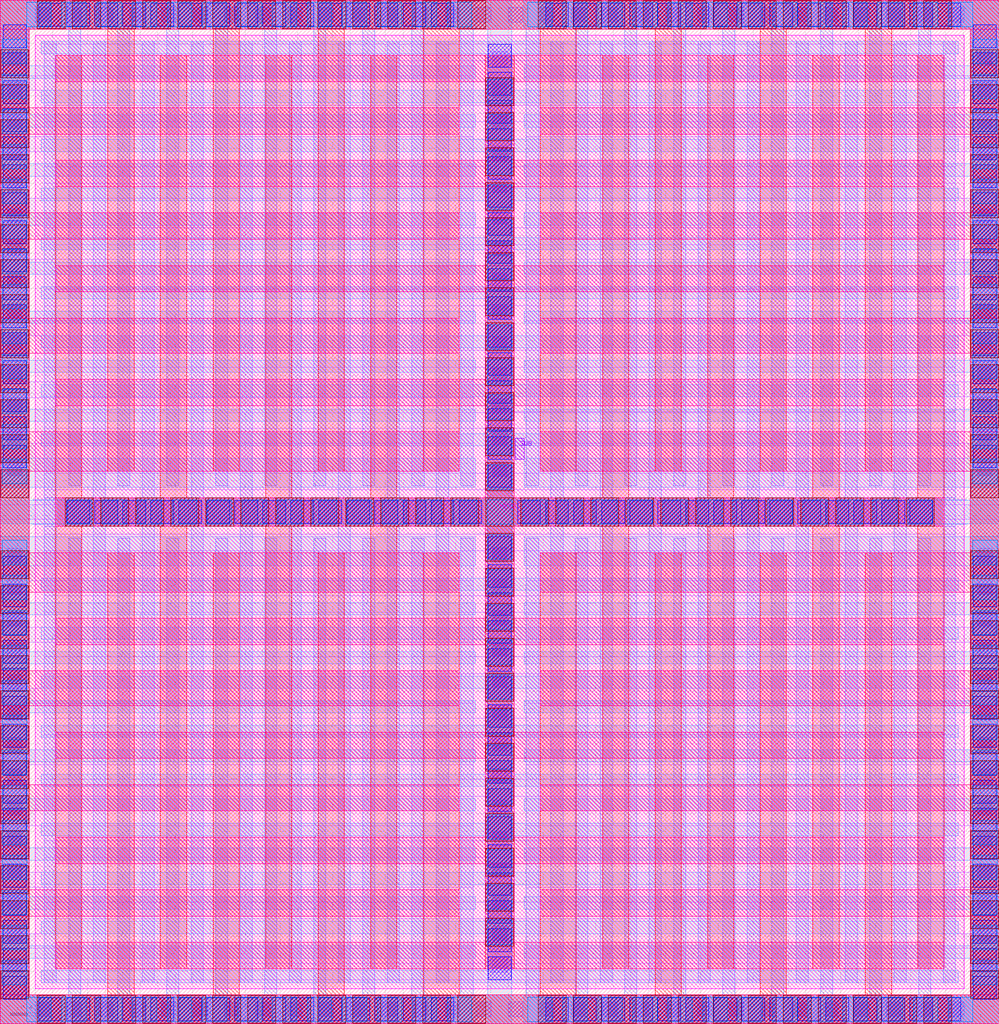
<source format=lef>
# Copyright 2020 The SkyWater PDK Authors
#
# Licensed under the Apache License, Version 2.0 (the "License");
# you may not use this file except in compliance with the License.
# You may obtain a copy of the License at
#
#     https://www.apache.org/licenses/LICENSE-2.0
#
# Unless required by applicable law or agreed to in writing, software
# distributed under the License is distributed on an "AS IS" BASIS,
# WITHOUT WARRANTIES OR CONDITIONS OF ANY KIND, either express or implied.
# See the License for the specific language governing permissions and
# limitations under the License.
#
# SPDX-License-Identifier: Apache-2.0

VERSION 5.7 ;
  NOWIREEXTENSIONATPIN ON ;
  DIVIDERCHAR "/" ;
  BUSBITCHARS "[]" ;
MACRO sky130_fd_pr__cap_vpp_11p5x11p7_l1m1m2m3m4_shieldpom5_x
  CLASS BLOCK ;
  FOREIGN sky130_fd_pr__cap_vpp_11p5x11p7_l1m1m2m3m4_shieldpom5_x ;
  ORIGIN  0.000000  0.000000 ;
  SIZE  11.41000 BY  11.69000 ;
  PIN C0
    PORT
      LAYER met4 ;
        RECT  0.000000  0.000000 11.410000  0.330000 ;
        RECT  0.000000  0.330000  0.330000  1.230000 ;
        RECT  0.000000  1.230000  5.240000  1.530000 ;
        RECT  0.000000  1.530000  0.330000  2.430000 ;
        RECT  0.000000  2.430000  5.240000  2.730000 ;
        RECT  0.000000  2.730000  0.330000  3.630000 ;
        RECT  0.000000  3.630000  5.240000  4.030000 ;
        RECT  0.000000  4.030000  0.330000  4.930000 ;
        RECT  0.000000  4.930000  5.240000  5.380000 ;
        RECT  0.000000  5.380000  0.330000  6.310000 ;
        RECT  0.000000  6.310000  5.240000  6.760000 ;
        RECT  0.000000  6.760000  0.330000  7.660000 ;
        RECT  0.000000  7.660000  5.240000  8.060000 ;
        RECT  0.000000  8.060000  0.330000  8.960000 ;
        RECT  0.000000  8.960000  5.240000  9.260000 ;
        RECT  0.000000  9.260000  0.330000 10.160000 ;
        RECT  0.000000 10.160000  5.240000 10.460000 ;
        RECT  0.000000 10.460000  0.330000 11.360000 ;
        RECT  0.000000 11.360000 11.410000 11.690000 ;
        RECT  6.170000  1.230000 11.410000  1.530000 ;
        RECT  6.170000  2.430000 11.410000  2.730000 ;
        RECT  6.170000  3.630000 11.410000  4.030000 ;
        RECT  6.170000  4.930000 11.410000  5.380000 ;
        RECT  6.170000  6.310000 11.410000  6.760000 ;
        RECT  6.170000  7.660000 11.410000  8.060000 ;
        RECT  6.170000  8.960000 11.410000  9.260000 ;
        RECT  6.170000 10.160000 11.410000 10.460000 ;
        RECT 11.080000  0.330000 11.410000  1.230000 ;
        RECT 11.080000  1.530000 11.410000  2.430000 ;
        RECT 11.080000  2.730000 11.410000  3.630000 ;
        RECT 11.080000  4.030000 11.410000  4.930000 ;
        RECT 11.080000  5.380000 11.410000  6.310000 ;
        RECT 11.080000  6.760000 11.410000  7.660000 ;
        RECT 11.080000  8.060000 11.410000  8.960000 ;
        RECT 11.080000  9.260000 11.410000 10.160000 ;
        RECT 11.080000 10.460000 11.410000 11.360000 ;
    END
  END C0
  PIN C1
    PORT
      LAYER met4 ;
        RECT 0.630000  0.630000 10.780000  0.930000 ;
        RECT 0.630000  1.830000 10.780000  2.130000 ;
        RECT 0.630000  3.030000 10.780000  3.330000 ;
        RECT 0.630000  4.330000 10.780000  4.630000 ;
        RECT 0.630000  5.680000 10.780000  6.010000 ;
        RECT 0.630000  7.060000 10.780000  7.360000 ;
        RECT 0.630000  8.360000 10.780000  8.660000 ;
        RECT 0.630000  9.560000 10.780000  9.860000 ;
        RECT 0.630000 10.760000 10.780000 11.060000 ;
        RECT 5.540000  0.930000  5.870000  1.830000 ;
        RECT 5.540000  2.130000  5.870000  3.030000 ;
        RECT 5.540000  3.330000  5.870000  4.330000 ;
        RECT 5.540000  4.630000  5.870000  5.680000 ;
        RECT 5.540000  6.010000  5.870000  7.060000 ;
        RECT 5.540000  7.360000  5.870000  8.360000 ;
        RECT 5.540000  8.660000  5.870000  9.560000 ;
        RECT 5.540000  9.860000  5.870000 10.760000 ;
    END
  END C1
  PIN MET5
    PORT
      LAYER met5 ;
        RECT 0.400000 0.400000 11.010000 11.290000 ;
    END
  END MET5
  PIN SUB
    PORT
      LAYER pwell ;
        RECT 5.880000 6.445000 5.985000 6.690000 ;
    END
  END SUB
  OBS
    LAYER li1 ;
      RECT  0.000000  0.000000 11.410000  0.330000 ;
      RECT  0.000000  0.330000  0.330000  0.860000 ;
      RECT  0.000000  0.860000  5.400000  1.030000 ;
      RECT  0.000000  1.030000  0.330000  1.560000 ;
      RECT  0.000000  1.560000  5.400000  1.730000 ;
      RECT  0.000000  1.730000  0.330000  2.260000 ;
      RECT  0.000000  2.260000  5.400000  2.430000 ;
      RECT  0.000000  2.430000  0.330000  2.960000 ;
      RECT  0.000000  2.960000  5.400000  3.130000 ;
      RECT  0.000000  3.130000  0.330000  3.660000 ;
      RECT  0.000000  3.660000  5.400000  3.830000 ;
      RECT  0.000000  3.830000  0.330000  4.360000 ;
      RECT  0.000000  4.360000  5.400000  4.530000 ;
      RECT  0.000000  4.530000  0.330000  5.060000 ;
      RECT  0.000000  5.060000  5.400000  5.230000 ;
      RECT  0.000000  5.230000  0.330000  5.760000 ;
      RECT  0.000000  5.760000  5.400000  5.930000 ;
      RECT  0.000000  5.930000  0.330000  6.460000 ;
      RECT  0.000000  6.460000  5.400000  6.630000 ;
      RECT  0.000000  6.630000  0.330000  7.150000 ;
      RECT  0.000000  7.150000  5.400000  7.330000 ;
      RECT  0.000000  7.330000  0.330000  7.860000 ;
      RECT  0.000000  7.860000  5.400000  8.030000 ;
      RECT  0.000000  8.030000  0.330000  8.560000 ;
      RECT  0.000000  8.560000  5.400000  8.730000 ;
      RECT  0.000000  8.730000  0.330000  9.260000 ;
      RECT  0.000000  9.260000  5.400000  9.430000 ;
      RECT  0.000000  9.430000  0.330000  9.960000 ;
      RECT  0.000000  9.960000  5.400000 10.130000 ;
      RECT  0.000000 10.130000  0.330000 10.660000 ;
      RECT  0.000000 10.660000  5.400000 10.830000 ;
      RECT  0.000000 10.830000  0.330000 11.360000 ;
      RECT  0.000000 11.360000 11.410000 11.690000 ;
      RECT  0.500000  0.500000 10.905000  0.690000 ;
      RECT  0.500000  1.200000 10.905000  1.390000 ;
      RECT  0.500000  1.900000 10.905000  2.090000 ;
      RECT  0.500000  2.600000 10.905000  2.790000 ;
      RECT  0.500000  3.300000 10.905000  3.490000 ;
      RECT  0.500000  4.000000 10.905000  4.190000 ;
      RECT  0.500000  4.700000 10.905000  4.890000 ;
      RECT  0.500000  5.400000 10.905000  5.590000 ;
      RECT  0.500000  6.100000 10.905000  6.290000 ;
      RECT  0.500000  6.800000 10.905000  6.980000 ;
      RECT  0.500000  7.500000 10.905000  7.690000 ;
      RECT  0.500000  8.200000 10.905000  8.390000 ;
      RECT  0.500000  8.900000 10.905000  9.090000 ;
      RECT  0.500000  9.600000 10.905000  9.790000 ;
      RECT  0.500000 10.300000 10.905000 10.490000 ;
      RECT  0.500000 11.000000 10.905000 11.190000 ;
      RECT  5.570000  0.690000  5.840000  1.200000 ;
      RECT  5.570000  1.390000  5.840000  1.900000 ;
      RECT  5.570000  2.090000  5.840000  2.600000 ;
      RECT  5.570000  2.790000  5.840000  3.300000 ;
      RECT  5.570000  3.490000  5.840000  4.000000 ;
      RECT  5.570000  4.190000  5.840000  4.700000 ;
      RECT  5.570000  4.890000  5.840000  5.400000 ;
      RECT  5.570000  5.590000  5.840000  6.100000 ;
      RECT  5.570000  6.290000  5.840000  6.800000 ;
      RECT  5.570000  6.980000 10.905000  6.990000 ;
      RECT  5.570000  6.990000  5.840000  7.500000 ;
      RECT  5.570000  7.690000  5.840000  8.200000 ;
      RECT  5.570000  8.390000  5.840000  8.900000 ;
      RECT  5.570000  9.090000  5.840000  9.600000 ;
      RECT  5.570000  9.790000  5.840000 10.300000 ;
      RECT  5.570000 10.490000  5.840000 11.000000 ;
      RECT  6.010000  0.860000 11.410000  1.030000 ;
      RECT  6.010000  1.560000 11.410000  1.730000 ;
      RECT  6.010000  2.260000 11.410000  2.430000 ;
      RECT  6.010000  2.960000 11.410000  3.130000 ;
      RECT  6.010000  3.660000 11.410000  3.830000 ;
      RECT  6.010000  4.360000 11.410000  4.530000 ;
      RECT  6.010000  5.060000 11.410000  5.230000 ;
      RECT  6.010000  5.760000 11.410000  5.930000 ;
      RECT  6.010000  6.460000 11.410000  6.630000 ;
      RECT  6.010000  7.160000 11.410000  7.330000 ;
      RECT  6.010000  7.860000 11.410000  8.030000 ;
      RECT  6.010000  8.560000 11.410000  8.730000 ;
      RECT  6.010000  9.260000 11.410000  9.430000 ;
      RECT  6.010000  9.960000 11.410000 10.130000 ;
      RECT  6.010000 10.660000 11.410000 10.830000 ;
      RECT 11.080000  0.330000 11.410000  0.860000 ;
      RECT 11.080000  1.030000 11.410000  1.560000 ;
      RECT 11.080000  1.730000 11.410000  2.260000 ;
      RECT 11.080000  2.430000 11.410000  2.960000 ;
      RECT 11.080000  3.130000 11.410000  3.660000 ;
      RECT 11.080000  3.830000 11.410000  4.360000 ;
      RECT 11.080000  4.530000 11.410000  5.060000 ;
      RECT 11.080000  5.230000 11.410000  5.760000 ;
      RECT 11.080000  5.930000 11.410000  6.460000 ;
      RECT 11.080000  6.630000 11.410000  7.160000 ;
      RECT 11.080000  7.330000 11.410000  7.860000 ;
      RECT 11.080000  8.030000 11.410000  8.560000 ;
      RECT 11.080000  8.730000 11.410000  9.260000 ;
      RECT 11.080000  9.430000 11.410000  9.960000 ;
      RECT 11.080000 10.130000 11.410000 10.660000 ;
      RECT 11.080000 10.830000 11.410000 11.360000 ;
    LAYER mcon ;
      RECT  0.080000  0.580000  0.250000  0.750000 ;
      RECT  0.080000  0.940000  0.250000  1.110000 ;
      RECT  0.080000  1.300000  0.250000  1.470000 ;
      RECT  0.080000  1.660000  0.250000  1.830000 ;
      RECT  0.080000  2.020000  0.250000  2.190000 ;
      RECT  0.080000  2.380000  0.250000  2.550000 ;
      RECT  0.080000  2.740000  0.250000  2.910000 ;
      RECT  0.080000  3.100000  0.250000  3.270000 ;
      RECT  0.080000  3.460000  0.250000  3.630000 ;
      RECT  0.080000  3.820000  0.250000  3.990000 ;
      RECT  0.080000  4.180000  0.250000  4.350000 ;
      RECT  0.080000  4.540000  0.250000  4.710000 ;
      RECT  0.080000  4.900000  0.250000  5.070000 ;
      RECT  0.080000  5.260000  0.250000  5.430000 ;
      RECT  0.080000  6.260000  0.250000  6.430000 ;
      RECT  0.080000  6.620000  0.250000  6.790000 ;
      RECT  0.080000  6.980000  0.250000  7.150000 ;
      RECT  0.080000  7.340000  0.250000  7.510000 ;
      RECT  0.080000  7.700000  0.250000  7.870000 ;
      RECT  0.080000  8.060000  0.250000  8.230000 ;
      RECT  0.080000  8.420000  0.250000  8.590000 ;
      RECT  0.080000  8.780000  0.250000  8.950000 ;
      RECT  0.080000  9.140000  0.250000  9.310000 ;
      RECT  0.080000  9.500000  0.250000  9.670000 ;
      RECT  0.080000  9.860000  0.250000 10.030000 ;
      RECT  0.080000 10.220000  0.250000 10.390000 ;
      RECT  0.080000 10.580000  0.250000 10.750000 ;
      RECT  0.080000 10.940000  0.250000 11.110000 ;
      RECT  0.400000  0.080000  0.570000  0.250000 ;
      RECT  0.400000 11.440000  0.570000 11.610000 ;
      RECT  0.760000  0.080000  0.930000  0.250000 ;
      RECT  0.760000 11.440000  0.930000 11.610000 ;
      RECT  1.120000  0.080000  1.290000  0.250000 ;
      RECT  1.120000 11.440000  1.290000 11.610000 ;
      RECT  1.480000  0.080000  1.650000  0.250000 ;
      RECT  1.480000 11.440000  1.650000 11.610000 ;
      RECT  1.840000  0.080000  2.010000  0.250000 ;
      RECT  1.840000 11.440000  2.010000 11.610000 ;
      RECT  2.200000  0.080000  2.370000  0.250000 ;
      RECT  2.200000 11.440000  2.370000 11.610000 ;
      RECT  2.560000  0.080000  2.730000  0.250000 ;
      RECT  2.560000 11.440000  2.730000 11.610000 ;
      RECT  2.920000  0.080000  3.090000  0.250000 ;
      RECT  2.920000 11.440000  3.090000 11.610000 ;
      RECT  3.280000  0.080000  3.450000  0.250000 ;
      RECT  3.280000 11.440000  3.450000 11.610000 ;
      RECT  3.640000  0.080000  3.810000  0.250000 ;
      RECT  3.640000 11.440000  3.810000 11.610000 ;
      RECT  4.000000  0.080000  4.170000  0.250000 ;
      RECT  4.000000 11.440000  4.170000 11.610000 ;
      RECT  4.360000  0.080000  4.530000  0.250000 ;
      RECT  4.360000 11.440000  4.530000 11.610000 ;
      RECT  4.720000  0.080000  4.890000  0.250000 ;
      RECT  4.720000 11.440000  4.890000 11.610000 ;
      RECT  5.080000  0.080000  5.250000  0.250000 ;
      RECT  5.080000 11.440000  5.250000 11.610000 ;
      RECT  5.440000  0.080000  5.610000  0.250000 ;
      RECT  5.440000 11.440000  5.610000 11.610000 ;
      RECT  5.620000  0.590000  5.790000  0.760000 ;
      RECT  5.620000  0.950000  5.790000  1.120000 ;
      RECT  5.620000  1.310000  5.790000  1.480000 ;
      RECT  5.620000  1.670000  5.790000  1.840000 ;
      RECT  5.620000  2.030000  5.790000  2.200000 ;
      RECT  5.620000  2.390000  5.790000  2.560000 ;
      RECT  5.620000  2.750000  5.790000  2.920000 ;
      RECT  5.620000  3.110000  5.790000  3.280000 ;
      RECT  5.620000  3.470000  5.790000  3.640000 ;
      RECT  5.620000  3.830000  5.790000  4.000000 ;
      RECT  5.620000  4.190000  5.790000  4.360000 ;
      RECT  5.620000  4.550000  5.790000  4.720000 ;
      RECT  5.620000  4.910000  5.790000  5.080000 ;
      RECT  5.620000  5.270000  5.790000  5.440000 ;
      RECT  5.620000  6.250000  5.790000  6.420000 ;
      RECT  5.620000  6.610000  5.790000  6.780000 ;
      RECT  5.620000  6.970000  5.790000  7.140000 ;
      RECT  5.620000  7.330000  5.790000  7.500000 ;
      RECT  5.620000  7.690000  5.790000  7.860000 ;
      RECT  5.620000  8.050000  5.790000  8.220000 ;
      RECT  5.620000  8.410000  5.790000  8.580000 ;
      RECT  5.620000  8.770000  5.790000  8.940000 ;
      RECT  5.620000  9.130000  5.790000  9.300000 ;
      RECT  5.620000  9.490000  5.790000  9.660000 ;
      RECT  5.620000  9.850000  5.790000 10.020000 ;
      RECT  5.620000 10.210000  5.790000 10.380000 ;
      RECT  5.620000 10.570000  5.790000 10.740000 ;
      RECT  5.620000 10.930000  5.790000 11.100000 ;
      RECT  5.800000  0.080000  5.970000  0.250000 ;
      RECT  5.800000 11.440000  5.970000 11.610000 ;
      RECT  6.160000  0.080000  6.330000  0.250000 ;
      RECT  6.160000 11.440000  6.330000 11.610000 ;
      RECT  6.520000  0.080000  6.690000  0.250000 ;
      RECT  6.520000 11.440000  6.690000 11.610000 ;
      RECT  6.880000  0.080000  7.050000  0.250000 ;
      RECT  6.880000 11.440000  7.050000 11.610000 ;
      RECT  7.240000  0.080000  7.410000  0.250000 ;
      RECT  7.240000 11.440000  7.410000 11.610000 ;
      RECT  7.600000  0.080000  7.770000  0.250000 ;
      RECT  7.600000 11.440000  7.770000 11.610000 ;
      RECT  7.960000  0.080000  8.130000  0.250000 ;
      RECT  7.960000 11.440000  8.130000 11.610000 ;
      RECT  8.320000  0.080000  8.490000  0.250000 ;
      RECT  8.320000 11.440000  8.490000 11.610000 ;
      RECT  8.680000  0.080000  8.850000  0.250000 ;
      RECT  8.680000 11.440000  8.850000 11.610000 ;
      RECT  9.040000  0.080000  9.210000  0.250000 ;
      RECT  9.040000 11.440000  9.210000 11.610000 ;
      RECT  9.400000  0.080000  9.570000  0.250000 ;
      RECT  9.400000 11.440000  9.570000 11.610000 ;
      RECT  9.760000  0.080000  9.930000  0.250000 ;
      RECT  9.760000 11.440000  9.930000 11.610000 ;
      RECT 10.120000  0.080000 10.290000  0.250000 ;
      RECT 10.120000 11.440000 10.290000 11.610000 ;
      RECT 10.480000  0.080000 10.650000  0.250000 ;
      RECT 10.480000 11.440000 10.650000 11.610000 ;
      RECT 10.840000  0.080000 11.010000  0.250000 ;
      RECT 10.840000 11.440000 11.010000 11.610000 ;
      RECT 11.160000  0.580000 11.330000  0.750000 ;
      RECT 11.160000  0.940000 11.330000  1.110000 ;
      RECT 11.160000  1.300000 11.330000  1.470000 ;
      RECT 11.160000  1.660000 11.330000  1.830000 ;
      RECT 11.160000  2.020000 11.330000  2.190000 ;
      RECT 11.160000  2.380000 11.330000  2.550000 ;
      RECT 11.160000  2.740000 11.330000  2.910000 ;
      RECT 11.160000  3.100000 11.330000  3.270000 ;
      RECT 11.160000  3.460000 11.330000  3.630000 ;
      RECT 11.160000  3.820000 11.330000  3.990000 ;
      RECT 11.160000  4.180000 11.330000  4.350000 ;
      RECT 11.160000  4.540000 11.330000  4.710000 ;
      RECT 11.160000  4.900000 11.330000  5.070000 ;
      RECT 11.160000  5.260000 11.330000  5.430000 ;
      RECT 11.160000  6.260000 11.330000  6.430000 ;
      RECT 11.160000  6.620000 11.330000  6.790000 ;
      RECT 11.160000  6.980000 11.330000  7.150000 ;
      RECT 11.160000  7.340000 11.330000  7.510000 ;
      RECT 11.160000  7.700000 11.330000  7.870000 ;
      RECT 11.160000  8.060000 11.330000  8.230000 ;
      RECT 11.160000  8.420000 11.330000  8.590000 ;
      RECT 11.160000  8.780000 11.330000  8.950000 ;
      RECT 11.160000  9.140000 11.330000  9.310000 ;
      RECT 11.160000  9.500000 11.330000  9.670000 ;
      RECT 11.160000  9.860000 11.330000 10.030000 ;
      RECT 11.160000 10.220000 11.330000 10.390000 ;
      RECT 11.160000 10.580000 11.330000 10.750000 ;
      RECT 11.160000 10.940000 11.330000 11.110000 ;
    LAYER met1 ;
      RECT  0.000000  0.000000 11.410000  0.330000 ;
      RECT  0.000000  0.330000  0.330000 11.360000 ;
      RECT  0.000000 11.360000 11.410000 11.690000 ;
      RECT  0.500000  0.470000  0.640000  5.685000 ;
      RECT  0.500000  5.685000 10.910000  6.005000 ;
      RECT  0.500000  6.005000  0.640000 11.220000 ;
      RECT  0.780000  0.330000  0.920000  5.545000 ;
      RECT  0.780000  6.145000  0.920000 11.360000 ;
      RECT  1.060000  0.470000  1.200000  5.685000 ;
      RECT  1.060000  6.005000  1.200000 11.220000 ;
      RECT  1.340000  0.330000  1.480000  5.545000 ;
      RECT  1.340000  6.145000  1.480000 11.360000 ;
      RECT  1.620000  0.470000  1.760000  5.685000 ;
      RECT  1.620000  6.005000  1.760000 11.220000 ;
      RECT  1.900000  0.330000  2.040000  5.545000 ;
      RECT  1.900000  6.145000  2.040000 11.360000 ;
      RECT  2.180000  0.470000  2.320000  5.685000 ;
      RECT  2.180000  6.005000  2.320000 11.220000 ;
      RECT  2.460000  0.330000  2.600000  5.545000 ;
      RECT  2.460000  6.145000  2.600000 11.360000 ;
      RECT  2.740000  0.470000  2.880000  5.685000 ;
      RECT  2.740000  6.005000  2.880000 11.220000 ;
      RECT  3.020000  0.330000  3.160000  5.545000 ;
      RECT  3.020000  6.145000  3.160000 11.360000 ;
      RECT  3.300000  0.470000  3.440000  5.685000 ;
      RECT  3.300000  6.005000  3.440000 11.220000 ;
      RECT  3.580000  0.330000  3.720000  5.545000 ;
      RECT  3.580000  6.145000  3.720000 11.360000 ;
      RECT  3.860000  0.470000  4.000000  5.685000 ;
      RECT  3.860000  6.005000  4.000000 11.220000 ;
      RECT  4.140000  0.330000  4.280000  5.545000 ;
      RECT  4.140000  6.145000  4.280000 11.360000 ;
      RECT  4.420000  0.470000  4.560000  5.685000 ;
      RECT  4.420000  6.005000  4.560000 11.220000 ;
      RECT  4.700000  0.330000  4.840000  5.545000 ;
      RECT  4.700000  6.145000  4.840000 11.360000 ;
      RECT  4.980000  0.470000  5.120000  5.685000 ;
      RECT  4.980000  6.005000  5.120000 11.220000 ;
      RECT  5.260000  0.330000  5.400000  5.545000 ;
      RECT  5.260000  6.145000  5.400000 11.360000 ;
      RECT  5.570000  0.470000  5.840000  5.685000 ;
      RECT  5.570000  6.005000  5.840000 11.220000 ;
      RECT  6.010000  0.330000  6.150000  5.545000 ;
      RECT  6.010000  6.145000  6.150000 11.360000 ;
      RECT  6.290000  0.470000  6.430000  5.685000 ;
      RECT  6.290000  6.005000  6.430000 11.220000 ;
      RECT  6.570000  0.330000  6.710000  5.545000 ;
      RECT  6.570000  6.145000  6.710000 11.360000 ;
      RECT  6.850000  0.470000  6.990000  5.685000 ;
      RECT  6.850000  6.005000  6.990000 11.220000 ;
      RECT  7.130000  0.330000  7.270000  5.545000 ;
      RECT  7.130000  6.145000  7.270000 11.360000 ;
      RECT  7.410000  0.470000  7.550000  5.685000 ;
      RECT  7.410000  6.005000  7.550000 11.220000 ;
      RECT  7.690000  0.330000  7.830000  5.545000 ;
      RECT  7.690000  6.145000  7.830000 11.360000 ;
      RECT  7.970000  0.470000  8.110000  5.685000 ;
      RECT  7.970000  6.005000  8.110000 11.220000 ;
      RECT  8.250000  0.330000  8.390000  5.545000 ;
      RECT  8.250000  6.145000  8.390000 11.360000 ;
      RECT  8.530000  0.470000  8.670000  5.685000 ;
      RECT  8.530000  6.005000  8.670000 11.220000 ;
      RECT  8.810000  0.330000  8.950000  5.545000 ;
      RECT  8.810000  6.145000  8.950000 11.360000 ;
      RECT  9.090000  0.470000  9.230000  5.685000 ;
      RECT  9.090000  6.005000  9.230000 11.220000 ;
      RECT  9.370000  0.330000  9.510000  5.545000 ;
      RECT  9.370000  6.145000  9.510000 11.360000 ;
      RECT  9.650000  0.470000  9.790000  5.685000 ;
      RECT  9.650000  6.005000  9.790000 11.220000 ;
      RECT  9.930000  0.330000 10.070000  5.545000 ;
      RECT  9.930000  6.145000 10.070000 11.360000 ;
      RECT 10.210000  0.470000 10.350000  5.685000 ;
      RECT 10.210000  6.005000 10.350000 11.220000 ;
      RECT 10.490000  0.330000 10.630000  5.545000 ;
      RECT 10.490000  6.145000 10.630000 11.360000 ;
      RECT 10.770000  0.470000 10.910000  5.685000 ;
      RECT 10.770000  6.005000 10.910000 11.220000 ;
      RECT 11.080000  0.330000 11.410000 11.360000 ;
    LAYER met2 ;
      RECT  0.000000  0.000000  5.430000  0.330000 ;
      RECT  0.000000  0.330000  0.330000  0.750000 ;
      RECT  0.000000  0.750000  5.425000  0.890000 ;
      RECT  0.000000  0.890000  0.330000  1.310000 ;
      RECT  0.000000  1.310000  5.425000  1.450000 ;
      RECT  0.000000  1.450000  0.330000  1.870000 ;
      RECT  0.000000  1.870000  5.425000  2.010000 ;
      RECT  0.000000  2.010000  0.330000  2.430000 ;
      RECT  0.000000  2.430000  5.425000  2.570000 ;
      RECT  0.000000  2.570000  0.330000  2.990000 ;
      RECT  0.000000  2.990000  5.425000  3.130000 ;
      RECT  0.000000  3.130000  0.330000  3.550000 ;
      RECT  0.000000  3.550000  5.425000  3.690000 ;
      RECT  0.000000  3.690000  0.330000  4.110000 ;
      RECT  0.000000  4.110000  5.425000  4.250000 ;
      RECT  0.000000  4.250000  0.330000  4.670000 ;
      RECT  0.000000  4.670000  5.425000  4.810000 ;
      RECT  0.000000  4.810000  0.330000  5.230000 ;
      RECT  0.000000  5.230000  5.425000  5.565000 ;
      RECT  0.000000  5.565000  0.330000  5.570000 ;
      RECT  0.000000  5.710000 11.410000  5.980000 ;
      RECT  0.000000  6.120000  0.330000  6.125000 ;
      RECT  0.000000  6.125000  5.425000  6.460000 ;
      RECT  0.000000  6.460000  0.330000  6.880000 ;
      RECT  0.000000  6.880000  5.425000  7.020000 ;
      RECT  0.000000  7.020000  0.330000  7.440000 ;
      RECT  0.000000  7.440000  5.425000  7.580000 ;
      RECT  0.000000  7.580000  0.330000  8.000000 ;
      RECT  0.000000  8.000000  5.425000  8.140000 ;
      RECT  0.000000  8.140000  0.330000  8.560000 ;
      RECT  0.000000  8.560000  5.425000  8.700000 ;
      RECT  0.000000  8.700000  0.330000  9.120000 ;
      RECT  0.000000  9.120000  5.425000  9.260000 ;
      RECT  0.000000  9.260000  0.330000  9.680000 ;
      RECT  0.000000  9.680000  5.425000  9.820000 ;
      RECT  0.000000  9.820000  0.330000 10.240000 ;
      RECT  0.000000 10.240000  5.425000 10.380000 ;
      RECT  0.000000 10.380000  0.330000 10.800000 ;
      RECT  0.000000 10.800000  5.425000 10.940000 ;
      RECT  0.000000 10.940000  0.330000 11.360000 ;
      RECT  0.000000 11.360000  5.430000 11.690000 ;
      RECT  0.370000  5.705000 11.040000  5.710000 ;
      RECT  0.370000  5.980000 11.040000  5.985000 ;
      RECT  0.470000  0.470000 10.940000  0.610000 ;
      RECT  0.470000  1.030000 10.940000  1.170000 ;
      RECT  0.470000  1.590000 10.940000  1.730000 ;
      RECT  0.470000  2.150000 10.940000  2.290000 ;
      RECT  0.470000  2.710000 10.940000  2.850000 ;
      RECT  0.470000  3.270000 10.940000  3.410000 ;
      RECT  0.470000  3.830000 10.940000  3.970000 ;
      RECT  0.470000  4.390000 10.940000  4.530000 ;
      RECT  0.470000  4.950000 10.940000  5.090000 ;
      RECT  0.470000  6.600000 10.940000  6.740000 ;
      RECT  0.470000  7.160000 10.940000  7.300000 ;
      RECT  0.470000  7.720000 10.940000  7.860000 ;
      RECT  0.470000  8.280000 10.940000  8.420000 ;
      RECT  0.470000  8.840000 10.940000  8.980000 ;
      RECT  0.470000  9.400000 10.940000  9.540000 ;
      RECT  0.470000  9.960000 10.940000 10.100000 ;
      RECT  0.470000 10.520000 10.940000 10.660000 ;
      RECT  0.470000 11.080000 10.940000 11.220000 ;
      RECT  5.565000  0.610000  5.845000  1.030000 ;
      RECT  5.565000  1.170000  5.845000  1.590000 ;
      RECT  5.565000  1.730000  5.845000  2.150000 ;
      RECT  5.565000  2.290000  5.845000  2.710000 ;
      RECT  5.565000  2.850000  5.845000  3.270000 ;
      RECT  5.565000  3.410000  5.845000  3.830000 ;
      RECT  5.565000  3.970000  5.845000  4.390000 ;
      RECT  5.565000  4.530000  5.845000  4.950000 ;
      RECT  5.565000  5.090000  5.845000  5.705000 ;
      RECT  5.565000  5.985000  5.845000  6.600000 ;
      RECT  5.565000  6.740000  5.845000  7.160000 ;
      RECT  5.565000  7.300000  5.845000  7.720000 ;
      RECT  5.565000  7.860000  5.845000  8.280000 ;
      RECT  5.565000  8.420000  5.845000  8.840000 ;
      RECT  5.565000  8.980000  5.845000  9.400000 ;
      RECT  5.565000  9.540000  5.845000  9.960000 ;
      RECT  5.565000 10.100000  5.845000 10.520000 ;
      RECT  5.565000 10.660000  5.845000 11.080000 ;
      RECT  5.570000  0.000000  5.840000  0.470000 ;
      RECT  5.570000 11.220000  5.840000 11.690000 ;
      RECT  5.980000  0.000000 11.410000  0.330000 ;
      RECT  5.980000 11.360000 11.410000 11.690000 ;
      RECT  5.985000  0.750000 11.410000  0.890000 ;
      RECT  5.985000  1.310000 11.410000  1.450000 ;
      RECT  5.985000  1.870000 11.410000  2.010000 ;
      RECT  5.985000  2.430000 11.410000  2.570000 ;
      RECT  5.985000  2.990000 11.410000  3.130000 ;
      RECT  5.985000  3.550000 11.410000  3.690000 ;
      RECT  5.985000  4.110000 11.410000  4.250000 ;
      RECT  5.985000  4.670000 11.410000  4.810000 ;
      RECT  5.985000  5.230000 11.410000  5.565000 ;
      RECT  5.985000  6.125000 11.410000  6.460000 ;
      RECT  5.985000  6.880000 11.410000  7.020000 ;
      RECT  5.985000  7.440000 11.410000  7.580000 ;
      RECT  5.985000  8.000000 11.410000  8.140000 ;
      RECT  5.985000  8.560000 11.410000  8.700000 ;
      RECT  5.985000  9.120000 11.410000  9.260000 ;
      RECT  5.985000  9.680000 11.410000  9.820000 ;
      RECT  5.985000 10.240000 11.410000 10.380000 ;
      RECT  5.985000 10.800000 11.410000 10.940000 ;
      RECT 11.080000  0.330000 11.410000  0.750000 ;
      RECT 11.080000  0.890000 11.410000  1.310000 ;
      RECT 11.080000  1.450000 11.410000  1.870000 ;
      RECT 11.080000  2.010000 11.410000  2.430000 ;
      RECT 11.080000  2.570000 11.410000  2.990000 ;
      RECT 11.080000  3.130000 11.410000  3.550000 ;
      RECT 11.080000  3.690000 11.410000  4.110000 ;
      RECT 11.080000  4.250000 11.410000  4.670000 ;
      RECT 11.080000  4.810000 11.410000  5.230000 ;
      RECT 11.080000  5.565000 11.410000  5.570000 ;
      RECT 11.080000  6.120000 11.410000  6.125000 ;
      RECT 11.080000  6.460000 11.410000  6.880000 ;
      RECT 11.080000  7.020000 11.410000  7.440000 ;
      RECT 11.080000  7.580000 11.410000  8.000000 ;
      RECT 11.080000  8.140000 11.410000  8.560000 ;
      RECT 11.080000  8.700000 11.410000  9.120000 ;
      RECT 11.080000  9.260000 11.410000  9.680000 ;
      RECT 11.080000  9.820000 11.410000 10.240000 ;
      RECT 11.080000 10.380000 11.410000 10.800000 ;
      RECT 11.080000 10.940000 11.410000 11.360000 ;
    LAYER met3 ;
      RECT  0.000000  0.000000 11.410000  0.330000 ;
      RECT  0.000000  0.330000  0.330000 11.360000 ;
      RECT  0.000000 11.360000 11.410000 11.690000 ;
      RECT  0.630000  0.630000  0.930000  5.680000 ;
      RECT  0.630000  5.680000 10.780000  6.010000 ;
      RECT  0.630000  6.010000  0.930000 11.060000 ;
      RECT  1.230000  0.330000  1.530000  5.380000 ;
      RECT  1.230000  6.310000  1.530000 11.360000 ;
      RECT  1.830000  0.630000  2.130000  5.680000 ;
      RECT  1.830000  6.010000  2.130000 11.060000 ;
      RECT  2.430000  0.330000  2.730000  5.380000 ;
      RECT  2.430000  6.310000  2.730000 11.360000 ;
      RECT  3.030000  0.630000  3.330000  5.680000 ;
      RECT  3.030000  6.010000  3.330000 11.060000 ;
      RECT  3.630000  0.330000  3.930000  5.380000 ;
      RECT  3.630000  6.310000  3.930000 11.360000 ;
      RECT  4.230000  0.630000  4.530000  5.680000 ;
      RECT  4.230000  6.010000  4.530000 11.060000 ;
      RECT  4.830000  0.330000  5.240000  5.380000 ;
      RECT  4.830000  6.310000  5.240000 11.360000 ;
      RECT  5.540000  0.630000  5.870000  5.680000 ;
      RECT  5.540000  6.010000  5.870000 11.060000 ;
      RECT  6.170000  0.330000  6.580000  5.380000 ;
      RECT  6.170000  6.310000  6.580000 11.360000 ;
      RECT  6.880000  0.630000  7.180000  5.680000 ;
      RECT  6.880000  6.010000  7.180000 11.060000 ;
      RECT  7.480000  0.330000  7.780000  5.380000 ;
      RECT  7.480000  6.310000  7.780000 11.360000 ;
      RECT  8.080000  0.630000  8.380000  5.680000 ;
      RECT  8.080000  6.010000  8.380000 11.060000 ;
      RECT  8.680000  0.330000  8.980000  5.380000 ;
      RECT  8.680000  6.310000  8.980000 11.360000 ;
      RECT  9.280000  0.630000  9.580000  5.680000 ;
      RECT  9.280000  6.010000  9.580000 11.060000 ;
      RECT  9.880000  0.330000 10.180000  5.380000 ;
      RECT  9.880000  6.310000 10.180000 11.360000 ;
      RECT 10.480000  0.630000 10.780000  5.680000 ;
      RECT 10.480000  6.010000 10.780000 11.060000 ;
      RECT 11.080000  0.330000 11.410000 11.360000 ;
    LAYER via ;
      RECT  0.035000  0.280000  0.295000  0.540000 ;
      RECT  0.035000  0.600000  0.295000  0.860000 ;
      RECT  0.035000  0.920000  0.295000  1.180000 ;
      RECT  0.035000  1.240000  0.295000  1.500000 ;
      RECT  0.035000  1.560000  0.295000  1.820000 ;
      RECT  0.035000  1.880000  0.295000  2.140000 ;
      RECT  0.035000  2.200000  0.295000  2.460000 ;
      RECT  0.035000  2.520000  0.295000  2.780000 ;
      RECT  0.035000  2.840000  0.295000  3.100000 ;
      RECT  0.035000  3.160000  0.295000  3.420000 ;
      RECT  0.035000  3.480000  0.295000  3.740000 ;
      RECT  0.035000  3.800000  0.295000  4.060000 ;
      RECT  0.035000  4.120000  0.295000  4.380000 ;
      RECT  0.035000  4.440000  0.295000  4.700000 ;
      RECT  0.035000  4.760000  0.295000  5.020000 ;
      RECT  0.035000  5.080000  0.295000  5.340000 ;
      RECT  0.035000  6.350000  0.295000  6.610000 ;
      RECT  0.035000  6.670000  0.295000  6.930000 ;
      RECT  0.035000  6.990000  0.295000  7.250000 ;
      RECT  0.035000  7.310000  0.295000  7.570000 ;
      RECT  0.035000  7.630000  0.295000  7.890000 ;
      RECT  0.035000  7.950000  0.295000  8.210000 ;
      RECT  0.035000  8.270000  0.295000  8.530000 ;
      RECT  0.035000  8.590000  0.295000  8.850000 ;
      RECT  0.035000  8.910000  0.295000  9.170000 ;
      RECT  0.035000  9.230000  0.295000  9.490000 ;
      RECT  0.035000  9.550000  0.295000  9.810000 ;
      RECT  0.035000  9.870000  0.295000 10.130000 ;
      RECT  0.035000 10.190000  0.295000 10.450000 ;
      RECT  0.035000 10.510000  0.295000 10.770000 ;
      RECT  0.035000 10.830000  0.295000 11.090000 ;
      RECT  0.035000 11.150000  0.295000 11.410000 ;
      RECT  0.440000  0.035000  0.700000  0.295000 ;
      RECT  0.440000 11.395000  0.700000 11.655000 ;
      RECT  0.760000  0.035000  1.020000  0.295000 ;
      RECT  0.760000  5.715000  1.020000  5.975000 ;
      RECT  0.760000 11.395000  1.020000 11.655000 ;
      RECT  1.080000  0.035000  1.340000  0.295000 ;
      RECT  1.080000  5.715000  1.340000  5.975000 ;
      RECT  1.080000 11.395000  1.340000 11.655000 ;
      RECT  1.400000  0.035000  1.660000  0.295000 ;
      RECT  1.400000  5.715000  1.660000  5.975000 ;
      RECT  1.400000 11.395000  1.660000 11.655000 ;
      RECT  1.720000  0.035000  1.980000  0.295000 ;
      RECT  1.720000  5.715000  1.980000  5.975000 ;
      RECT  1.720000 11.395000  1.980000 11.655000 ;
      RECT  2.040000  0.035000  2.300000  0.295000 ;
      RECT  2.040000  5.715000  2.300000  5.975000 ;
      RECT  2.040000 11.395000  2.300000 11.655000 ;
      RECT  2.360000  0.035000  2.620000  0.295000 ;
      RECT  2.360000  5.715000  2.620000  5.975000 ;
      RECT  2.360000 11.395000  2.620000 11.655000 ;
      RECT  2.680000  0.035000  2.940000  0.295000 ;
      RECT  2.680000  5.715000  2.940000  5.975000 ;
      RECT  2.680000 11.395000  2.940000 11.655000 ;
      RECT  3.000000  0.035000  3.260000  0.295000 ;
      RECT  3.000000  5.715000  3.260000  5.975000 ;
      RECT  3.000000 11.395000  3.260000 11.655000 ;
      RECT  3.320000  0.035000  3.580000  0.295000 ;
      RECT  3.320000  5.715000  3.580000  5.975000 ;
      RECT  3.320000 11.395000  3.580000 11.655000 ;
      RECT  3.640000  0.035000  3.900000  0.295000 ;
      RECT  3.640000  5.715000  3.900000  5.975000 ;
      RECT  3.640000 11.395000  3.900000 11.655000 ;
      RECT  3.960000  0.035000  4.220000  0.295000 ;
      RECT  3.960000  5.715000  4.220000  5.975000 ;
      RECT  3.960000 11.395000  4.220000 11.655000 ;
      RECT  4.280000  0.035000  4.540000  0.295000 ;
      RECT  4.280000  5.715000  4.540000  5.975000 ;
      RECT  4.280000 11.395000  4.540000 11.655000 ;
      RECT  4.600000  0.035000  4.860000  0.295000 ;
      RECT  4.600000  5.715000  4.860000  5.975000 ;
      RECT  4.600000 11.395000  4.860000 11.655000 ;
      RECT  4.920000  0.035000  5.180000  0.295000 ;
      RECT  4.920000  5.715000  5.180000  5.975000 ;
      RECT  4.920000 11.395000  5.180000 11.655000 ;
      RECT  5.240000  5.715000  5.500000  5.975000 ;
      RECT  5.575000  0.505000  5.835000  0.765000 ;
      RECT  5.575000  0.825000  5.835000  1.085000 ;
      RECT  5.575000  1.145000  5.835000  1.405000 ;
      RECT  5.575000  1.465000  5.835000  1.725000 ;
      RECT  5.575000  1.785000  5.835000  2.045000 ;
      RECT  5.575000  2.105000  5.835000  2.365000 ;
      RECT  5.575000  2.425000  5.835000  2.685000 ;
      RECT  5.575000  2.745000  5.835000  3.005000 ;
      RECT  5.575000  3.065000  5.835000  3.325000 ;
      RECT  5.575000  3.385000  5.835000  3.645000 ;
      RECT  5.575000  3.705000  5.835000  3.965000 ;
      RECT  5.575000  4.025000  5.835000  4.285000 ;
      RECT  5.575000  4.345000  5.835000  4.605000 ;
      RECT  5.575000  4.665000  5.835000  4.925000 ;
      RECT  5.575000  4.985000  5.835000  5.245000 ;
      RECT  5.575000  5.305000  5.835000  5.565000 ;
      RECT  5.575000  6.125000  5.835000  6.385000 ;
      RECT  5.575000  6.445000  5.835000  6.705000 ;
      RECT  5.575000  6.765000  5.835000  7.025000 ;
      RECT  5.575000  7.085000  5.835000  7.345000 ;
      RECT  5.575000  7.405000  5.835000  7.665000 ;
      RECT  5.575000  7.725000  5.835000  7.985000 ;
      RECT  5.575000  8.045000  5.835000  8.305000 ;
      RECT  5.575000  8.365000  5.835000  8.625000 ;
      RECT  5.575000  8.685000  5.835000  8.945000 ;
      RECT  5.575000  9.005000  5.835000  9.265000 ;
      RECT  5.575000  9.325000  5.835000  9.585000 ;
      RECT  5.575000  9.645000  5.835000  9.905000 ;
      RECT  5.575000  9.965000  5.835000 10.225000 ;
      RECT  5.575000 10.285000  5.835000 10.545000 ;
      RECT  5.575000 10.605000  5.835000 10.865000 ;
      RECT  5.575000 10.925000  5.835000 11.185000 ;
      RECT  5.910000  5.715000  6.170000  5.975000 ;
      RECT  6.230000  0.035000  6.490000  0.295000 ;
      RECT  6.230000  5.715000  6.490000  5.975000 ;
      RECT  6.230000 11.395000  6.490000 11.655000 ;
      RECT  6.550000  0.035000  6.810000  0.295000 ;
      RECT  6.550000  5.715000  6.810000  5.975000 ;
      RECT  6.550000 11.395000  6.810000 11.655000 ;
      RECT  6.870000  0.035000  7.130000  0.295000 ;
      RECT  6.870000  5.715000  7.130000  5.975000 ;
      RECT  6.870000 11.395000  7.130000 11.655000 ;
      RECT  7.190000  0.035000  7.450000  0.295000 ;
      RECT  7.190000  5.715000  7.450000  5.975000 ;
      RECT  7.190000 11.395000  7.450000 11.655000 ;
      RECT  7.510000  0.035000  7.770000  0.295000 ;
      RECT  7.510000  5.715000  7.770000  5.975000 ;
      RECT  7.510000 11.395000  7.770000 11.655000 ;
      RECT  7.830000  0.035000  8.090000  0.295000 ;
      RECT  7.830000  5.715000  8.090000  5.975000 ;
      RECT  7.830000 11.395000  8.090000 11.655000 ;
      RECT  8.150000  0.035000  8.410000  0.295000 ;
      RECT  8.150000  5.715000  8.410000  5.975000 ;
      RECT  8.150000 11.395000  8.410000 11.655000 ;
      RECT  8.470000  0.035000  8.730000  0.295000 ;
      RECT  8.470000  5.715000  8.730000  5.975000 ;
      RECT  8.470000 11.395000  8.730000 11.655000 ;
      RECT  8.790000  0.035000  9.050000  0.295000 ;
      RECT  8.790000  5.715000  9.050000  5.975000 ;
      RECT  8.790000 11.395000  9.050000 11.655000 ;
      RECT  9.110000  0.035000  9.370000  0.295000 ;
      RECT  9.110000  5.715000  9.370000  5.975000 ;
      RECT  9.110000 11.395000  9.370000 11.655000 ;
      RECT  9.430000  0.035000  9.690000  0.295000 ;
      RECT  9.430000  5.715000  9.690000  5.975000 ;
      RECT  9.430000 11.395000  9.690000 11.655000 ;
      RECT  9.750000  0.035000 10.010000  0.295000 ;
      RECT  9.750000  5.715000 10.010000  5.975000 ;
      RECT  9.750000 11.395000 10.010000 11.655000 ;
      RECT 10.070000  0.035000 10.330000  0.295000 ;
      RECT 10.070000  5.715000 10.330000  5.975000 ;
      RECT 10.070000 11.395000 10.330000 11.655000 ;
      RECT 10.390000  0.035000 10.650000  0.295000 ;
      RECT 10.390000  5.715000 10.650000  5.975000 ;
      RECT 10.390000 11.395000 10.650000 11.655000 ;
      RECT 10.710000  0.035000 10.970000  0.295000 ;
      RECT 10.710000 11.395000 10.970000 11.655000 ;
      RECT 11.115000  0.280000 11.375000  0.540000 ;
      RECT 11.115000  0.600000 11.375000  0.860000 ;
      RECT 11.115000  0.920000 11.375000  1.180000 ;
      RECT 11.115000  1.240000 11.375000  1.500000 ;
      RECT 11.115000  1.560000 11.375000  1.820000 ;
      RECT 11.115000  1.880000 11.375000  2.140000 ;
      RECT 11.115000  2.200000 11.375000  2.460000 ;
      RECT 11.115000  2.520000 11.375000  2.780000 ;
      RECT 11.115000  2.840000 11.375000  3.100000 ;
      RECT 11.115000  3.160000 11.375000  3.420000 ;
      RECT 11.115000  3.480000 11.375000  3.740000 ;
      RECT 11.115000  3.800000 11.375000  4.060000 ;
      RECT 11.115000  4.120000 11.375000  4.380000 ;
      RECT 11.115000  4.440000 11.375000  4.700000 ;
      RECT 11.115000  4.760000 11.375000  5.020000 ;
      RECT 11.115000  5.080000 11.375000  5.340000 ;
      RECT 11.115000  6.350000 11.375000  6.610000 ;
      RECT 11.115000  6.670000 11.375000  6.930000 ;
      RECT 11.115000  6.990000 11.375000  7.250000 ;
      RECT 11.115000  7.310000 11.375000  7.570000 ;
      RECT 11.115000  7.630000 11.375000  7.890000 ;
      RECT 11.115000  7.950000 11.375000  8.210000 ;
      RECT 11.115000  8.270000 11.375000  8.530000 ;
      RECT 11.115000  8.590000 11.375000  8.850000 ;
      RECT 11.115000  8.910000 11.375000  9.170000 ;
      RECT 11.115000  9.230000 11.375000  9.490000 ;
      RECT 11.115000  9.550000 11.375000  9.810000 ;
      RECT 11.115000  9.870000 11.375000 10.130000 ;
      RECT 11.115000 10.190000 11.375000 10.450000 ;
      RECT 11.115000 10.510000 11.375000 10.770000 ;
      RECT 11.115000 10.830000 11.375000 11.090000 ;
      RECT 11.115000 11.150000 11.375000 11.410000 ;
    LAYER via2 ;
      RECT  0.025000  0.445000  0.305000  0.725000 ;
      RECT  0.025000  0.845000  0.305000  1.125000 ;
      RECT  0.025000  1.245000  0.305000  1.525000 ;
      RECT  0.025000  1.645000  0.305000  1.925000 ;
      RECT  0.025000  2.045000  0.305000  2.325000 ;
      RECT  0.025000  2.445000  0.305000  2.725000 ;
      RECT  0.025000  2.845000  0.305000  3.125000 ;
      RECT  0.025000  3.245000  0.305000  3.525000 ;
      RECT  0.025000  3.645000  0.305000  3.925000 ;
      RECT  0.025000  4.045000  0.305000  4.325000 ;
      RECT  0.025000  4.445000  0.305000  4.725000 ;
      RECT  0.025000  4.845000  0.305000  5.125000 ;
      RECT  0.025000  5.245000  0.305000  5.525000 ;
      RECT  0.025000  6.165000  0.305000  6.445000 ;
      RECT  0.025000  6.565000  0.305000  6.845000 ;
      RECT  0.025000  6.965000  0.305000  7.245000 ;
      RECT  0.025000  7.365000  0.305000  7.645000 ;
      RECT  0.025000  7.765000  0.305000  8.045000 ;
      RECT  0.025000  8.165000  0.305000  8.445000 ;
      RECT  0.025000  8.565000  0.305000  8.845000 ;
      RECT  0.025000  8.965000  0.305000  9.245000 ;
      RECT  0.025000  9.365000  0.305000  9.645000 ;
      RECT  0.025000  9.765000  0.305000 10.045000 ;
      RECT  0.025000 10.165000  0.305000 10.445000 ;
      RECT  0.025000 10.565000  0.305000 10.845000 ;
      RECT  0.025000 10.965000  0.305000 11.245000 ;
      RECT  0.305000  0.025000  0.585000  0.305000 ;
      RECT  0.305000 11.385000  0.585000 11.665000 ;
      RECT  0.705000  0.025000  0.985000  0.305000 ;
      RECT  0.705000 11.385000  0.985000 11.665000 ;
      RECT  0.765000  5.705000  1.045000  5.985000 ;
      RECT  1.105000  0.025000  1.385000  0.305000 ;
      RECT  1.105000 11.385000  1.385000 11.665000 ;
      RECT  1.165000  5.705000  1.445000  5.985000 ;
      RECT  1.505000  0.025000  1.785000  0.305000 ;
      RECT  1.505000 11.385000  1.785000 11.665000 ;
      RECT  1.565000  5.705000  1.845000  5.985000 ;
      RECT  1.905000  0.025000  2.185000  0.305000 ;
      RECT  1.905000 11.385000  2.185000 11.665000 ;
      RECT  1.965000  5.705000  2.245000  5.985000 ;
      RECT  2.305000  0.025000  2.585000  0.305000 ;
      RECT  2.305000 11.385000  2.585000 11.665000 ;
      RECT  2.365000  5.705000  2.645000  5.985000 ;
      RECT  2.705000  0.025000  2.985000  0.305000 ;
      RECT  2.705000 11.385000  2.985000 11.665000 ;
      RECT  2.765000  5.705000  3.045000  5.985000 ;
      RECT  3.105000  0.025000  3.385000  0.305000 ;
      RECT  3.105000 11.385000  3.385000 11.665000 ;
      RECT  3.165000  5.705000  3.445000  5.985000 ;
      RECT  3.505000  0.025000  3.785000  0.305000 ;
      RECT  3.505000 11.385000  3.785000 11.665000 ;
      RECT  3.565000  5.705000  3.845000  5.985000 ;
      RECT  3.905000  0.025000  4.185000  0.305000 ;
      RECT  3.905000 11.385000  4.185000 11.665000 ;
      RECT  3.965000  5.705000  4.245000  5.985000 ;
      RECT  4.305000  0.025000  4.585000  0.305000 ;
      RECT  4.305000 11.385000  4.585000 11.665000 ;
      RECT  4.365000  5.705000  4.645000  5.985000 ;
      RECT  4.705000  0.025000  4.985000  0.305000 ;
      RECT  4.705000 11.385000  4.985000 11.665000 ;
      RECT  4.765000  5.705000  5.045000  5.985000 ;
      RECT  5.105000  0.025000  5.385000  0.305000 ;
      RECT  5.105000 11.385000  5.385000 11.665000 ;
      RECT  5.165000  5.705000  5.445000  5.985000 ;
      RECT  5.565000  0.905000  5.845000  1.185000 ;
      RECT  5.565000  1.305000  5.845000  1.585000 ;
      RECT  5.565000  1.705000  5.845000  1.985000 ;
      RECT  5.565000  2.105000  5.845000  2.385000 ;
      RECT  5.565000  2.505000  5.845000  2.785000 ;
      RECT  5.565000  2.905000  5.845000  3.185000 ;
      RECT  5.565000  3.305000  5.845000  3.585000 ;
      RECT  5.565000  3.705000  5.845000  3.985000 ;
      RECT  5.565000  4.105000  5.845000  4.385000 ;
      RECT  5.565000  4.505000  5.845000  4.785000 ;
      RECT  5.565000  4.905000  5.845000  5.185000 ;
      RECT  5.565000  5.305000  5.845000  5.585000 ;
      RECT  5.565000  5.705000  5.845000  5.985000 ;
      RECT  5.565000  6.105000  5.845000  6.385000 ;
      RECT  5.565000  6.505000  5.845000  6.785000 ;
      RECT  5.565000  6.905000  5.845000  7.185000 ;
      RECT  5.565000  7.305000  5.845000  7.585000 ;
      RECT  5.565000  7.705000  5.845000  7.985000 ;
      RECT  5.565000  8.105000  5.845000  8.385000 ;
      RECT  5.565000  8.505000  5.845000  8.785000 ;
      RECT  5.565000  8.905000  5.845000  9.185000 ;
      RECT  5.565000  9.305000  5.845000  9.585000 ;
      RECT  5.565000  9.705000  5.845000  9.985000 ;
      RECT  5.565000 10.105000  5.845000 10.385000 ;
      RECT  5.565000 10.505000  5.845000 10.785000 ;
      RECT  5.965000  5.705000  6.245000  5.985000 ;
      RECT  6.025000  0.025000  6.305000  0.305000 ;
      RECT  6.025000 11.385000  6.305000 11.665000 ;
      RECT  6.365000  5.705000  6.645000  5.985000 ;
      RECT  6.425000  0.025000  6.705000  0.305000 ;
      RECT  6.425000 11.385000  6.705000 11.665000 ;
      RECT  6.765000  5.705000  7.045000  5.985000 ;
      RECT  6.825000  0.025000  7.105000  0.305000 ;
      RECT  6.825000 11.385000  7.105000 11.665000 ;
      RECT  7.165000  5.705000  7.445000  5.985000 ;
      RECT  7.225000  0.025000  7.505000  0.305000 ;
      RECT  7.225000 11.385000  7.505000 11.665000 ;
      RECT  7.565000  5.705000  7.845000  5.985000 ;
      RECT  7.625000  0.025000  7.905000  0.305000 ;
      RECT  7.625000 11.385000  7.905000 11.665000 ;
      RECT  7.965000  5.705000  8.245000  5.985000 ;
      RECT  8.025000  0.025000  8.305000  0.305000 ;
      RECT  8.025000 11.385000  8.305000 11.665000 ;
      RECT  8.365000  5.705000  8.645000  5.985000 ;
      RECT  8.425000  0.025000  8.705000  0.305000 ;
      RECT  8.425000 11.385000  8.705000 11.665000 ;
      RECT  8.765000  5.705000  9.045000  5.985000 ;
      RECT  8.825000  0.025000  9.105000  0.305000 ;
      RECT  8.825000 11.385000  9.105000 11.665000 ;
      RECT  9.165000  5.705000  9.445000  5.985000 ;
      RECT  9.225000  0.025000  9.505000  0.305000 ;
      RECT  9.225000 11.385000  9.505000 11.665000 ;
      RECT  9.565000  5.705000  9.845000  5.985000 ;
      RECT  9.625000  0.025000  9.905000  0.305000 ;
      RECT  9.625000 11.385000  9.905000 11.665000 ;
      RECT  9.965000  5.705000 10.245000  5.985000 ;
      RECT 10.025000  0.025000 10.305000  0.305000 ;
      RECT 10.025000 11.385000 10.305000 11.665000 ;
      RECT 10.365000  5.705000 10.645000  5.985000 ;
      RECT 10.425000  0.025000 10.705000  0.305000 ;
      RECT 10.425000 11.385000 10.705000 11.665000 ;
      RECT 10.825000  0.025000 11.105000  0.305000 ;
      RECT 10.825000 11.385000 11.105000 11.665000 ;
      RECT 11.105000  0.445000 11.385000  0.725000 ;
      RECT 11.105000  0.845000 11.385000  1.125000 ;
      RECT 11.105000  1.245000 11.385000  1.525000 ;
      RECT 11.105000  1.645000 11.385000  1.925000 ;
      RECT 11.105000  2.045000 11.385000  2.325000 ;
      RECT 11.105000  2.445000 11.385000  2.725000 ;
      RECT 11.105000  2.845000 11.385000  3.125000 ;
      RECT 11.105000  3.245000 11.385000  3.525000 ;
      RECT 11.105000  3.645000 11.385000  3.925000 ;
      RECT 11.105000  4.045000 11.385000  4.325000 ;
      RECT 11.105000  4.445000 11.385000  4.725000 ;
      RECT 11.105000  4.845000 11.385000  5.125000 ;
      RECT 11.105000  5.245000 11.385000  5.525000 ;
      RECT 11.105000  6.165000 11.385000  6.445000 ;
      RECT 11.105000  6.565000 11.385000  6.845000 ;
      RECT 11.105000  6.965000 11.385000  7.245000 ;
      RECT 11.105000  7.365000 11.385000  7.645000 ;
      RECT 11.105000  7.765000 11.385000  8.045000 ;
      RECT 11.105000  8.165000 11.385000  8.445000 ;
      RECT 11.105000  8.565000 11.385000  8.845000 ;
      RECT 11.105000  8.965000 11.385000  9.245000 ;
      RECT 11.105000  9.365000 11.385000  9.645000 ;
      RECT 11.105000  9.765000 11.385000 10.045000 ;
      RECT 11.105000 10.165000 11.385000 10.445000 ;
      RECT 11.105000 10.565000 11.385000 10.845000 ;
      RECT 11.105000 10.965000 11.385000 11.245000 ;
    LAYER via3 ;
      RECT  0.005000  0.285000  0.325000  0.605000 ;
      RECT  0.005000  0.685000  0.325000  1.005000 ;
      RECT  0.005000  1.085000  0.325000  1.405000 ;
      RECT  0.005000  1.485000  0.325000  1.805000 ;
      RECT  0.005000  1.885000  0.325000  2.205000 ;
      RECT  0.005000  2.285000  0.325000  2.605000 ;
      RECT  0.005000  2.685000  0.325000  3.005000 ;
      RECT  0.005000  3.085000  0.325000  3.405000 ;
      RECT  0.005000  3.485000  0.325000  3.805000 ;
      RECT  0.005000  3.885000  0.325000  4.205000 ;
      RECT  0.005000  4.285000  0.325000  4.605000 ;
      RECT  0.005000  4.685000  0.325000  5.005000 ;
      RECT  0.005000  5.085000  0.325000  5.405000 ;
      RECT  0.005000  6.005000  0.325000  6.325000 ;
      RECT  0.005000  6.405000  0.325000  6.725000 ;
      RECT  0.005000  6.805000  0.325000  7.125000 ;
      RECT  0.005000  7.205000  0.325000  7.525000 ;
      RECT  0.005000  7.605000  0.325000  7.925000 ;
      RECT  0.005000  8.005000  0.325000  8.325000 ;
      RECT  0.005000  8.405000  0.325000  8.725000 ;
      RECT  0.005000  8.805000  0.325000  9.125000 ;
      RECT  0.005000  9.205000  0.325000  9.525000 ;
      RECT  0.005000  9.605000  0.325000  9.925000 ;
      RECT  0.005000 10.005000  0.325000 10.325000 ;
      RECT  0.005000 10.405000  0.325000 10.725000 ;
      RECT  0.005000 10.805000  0.325000 11.125000 ;
      RECT  0.425000  0.005000  0.745000  0.325000 ;
      RECT  0.425000 11.365000  0.745000 11.685000 ;
      RECT  0.745000  5.685000  1.065000  6.005000 ;
      RECT  0.825000  0.005000  1.145000  0.325000 ;
      RECT  0.825000 11.365000  1.145000 11.685000 ;
      RECT  1.145000  5.685000  1.465000  6.005000 ;
      RECT  1.225000  0.005000  1.545000  0.325000 ;
      RECT  1.225000 11.365000  1.545000 11.685000 ;
      RECT  1.545000  5.685000  1.865000  6.005000 ;
      RECT  1.625000  0.005000  1.945000  0.325000 ;
      RECT  1.625000 11.365000  1.945000 11.685000 ;
      RECT  1.945000  5.685000  2.265000  6.005000 ;
      RECT  2.025000  0.005000  2.345000  0.325000 ;
      RECT  2.025000 11.365000  2.345000 11.685000 ;
      RECT  2.345000  5.685000  2.665000  6.005000 ;
      RECT  2.425000  0.005000  2.745000  0.325000 ;
      RECT  2.425000 11.365000  2.745000 11.685000 ;
      RECT  2.745000  5.685000  3.065000  6.005000 ;
      RECT  2.825000  0.005000  3.145000  0.325000 ;
      RECT  2.825000 11.365000  3.145000 11.685000 ;
      RECT  3.145000  5.685000  3.465000  6.005000 ;
      RECT  3.225000  0.005000  3.545000  0.325000 ;
      RECT  3.225000 11.365000  3.545000 11.685000 ;
      RECT  3.545000  5.685000  3.865000  6.005000 ;
      RECT  3.625000  0.005000  3.945000  0.325000 ;
      RECT  3.625000 11.365000  3.945000 11.685000 ;
      RECT  3.945000  5.685000  4.265000  6.005000 ;
      RECT  4.025000  0.005000  4.345000  0.325000 ;
      RECT  4.025000 11.365000  4.345000 11.685000 ;
      RECT  4.345000  5.685000  4.665000  6.005000 ;
      RECT  4.425000  0.005000  4.745000  0.325000 ;
      RECT  4.425000 11.365000  4.745000 11.685000 ;
      RECT  4.745000  5.685000  5.065000  6.005000 ;
      RECT  4.825000  0.005000  5.145000  0.325000 ;
      RECT  4.825000 11.365000  5.145000 11.685000 ;
      RECT  5.145000  5.685000  5.465000  6.005000 ;
      RECT  5.225000  0.005000  5.545000  0.325000 ;
      RECT  5.225000 11.365000  5.545000 11.685000 ;
      RECT  5.545000  0.885000  5.865000  1.205000 ;
      RECT  5.545000  1.285000  5.865000  1.605000 ;
      RECT  5.545000  1.685000  5.865000  2.005000 ;
      RECT  5.545000  2.085000  5.865000  2.405000 ;
      RECT  5.545000  2.485000  5.865000  2.805000 ;
      RECT  5.545000  2.885000  5.865000  3.205000 ;
      RECT  5.545000  3.285000  5.865000  3.605000 ;
      RECT  5.545000  3.685000  5.865000  4.005000 ;
      RECT  5.545000  4.085000  5.865000  4.405000 ;
      RECT  5.545000  4.485000  5.865000  4.805000 ;
      RECT  5.545000  4.885000  5.865000  5.205000 ;
      RECT  5.545000  5.285000  5.865000  5.605000 ;
      RECT  5.545000  5.685000  5.865000  6.005000 ;
      RECT  5.545000  6.085000  5.865000  6.405000 ;
      RECT  5.545000  6.485000  5.865000  6.805000 ;
      RECT  5.545000  6.885000  5.865000  7.205000 ;
      RECT  5.545000  7.285000  5.865000  7.605000 ;
      RECT  5.545000  7.685000  5.865000  8.005000 ;
      RECT  5.545000  8.085000  5.865000  8.405000 ;
      RECT  5.545000  8.485000  5.865000  8.805000 ;
      RECT  5.545000  8.885000  5.865000  9.205000 ;
      RECT  5.545000  9.285000  5.865000  9.605000 ;
      RECT  5.545000  9.685000  5.865000 10.005000 ;
      RECT  5.545000 10.085000  5.865000 10.405000 ;
      RECT  5.545000 10.485000  5.865000 10.805000 ;
      RECT  5.945000  5.685000  6.265000  6.005000 ;
      RECT  6.145000  0.005000  6.465000  0.325000 ;
      RECT  6.145000 11.365000  6.465000 11.685000 ;
      RECT  6.345000  5.685000  6.665000  6.005000 ;
      RECT  6.545000  0.005000  6.865000  0.325000 ;
      RECT  6.545000 11.365000  6.865000 11.685000 ;
      RECT  6.745000  5.685000  7.065000  6.005000 ;
      RECT  6.945000  0.005000  7.265000  0.325000 ;
      RECT  6.945000 11.365000  7.265000 11.685000 ;
      RECT  7.145000  5.685000  7.465000  6.005000 ;
      RECT  7.345000  0.005000  7.665000  0.325000 ;
      RECT  7.345000 11.365000  7.665000 11.685000 ;
      RECT  7.545000  5.685000  7.865000  6.005000 ;
      RECT  7.745000  0.005000  8.065000  0.325000 ;
      RECT  7.745000 11.365000  8.065000 11.685000 ;
      RECT  7.945000  5.685000  8.265000  6.005000 ;
      RECT  8.145000  0.005000  8.465000  0.325000 ;
      RECT  8.145000 11.365000  8.465000 11.685000 ;
      RECT  8.345000  5.685000  8.665000  6.005000 ;
      RECT  8.545000  0.005000  8.865000  0.325000 ;
      RECT  8.545000 11.365000  8.865000 11.685000 ;
      RECT  8.745000  5.685000  9.065000  6.005000 ;
      RECT  8.945000  0.005000  9.265000  0.325000 ;
      RECT  8.945000 11.365000  9.265000 11.685000 ;
      RECT  9.145000  5.685000  9.465000  6.005000 ;
      RECT  9.345000  0.005000  9.665000  0.325000 ;
      RECT  9.345000 11.365000  9.665000 11.685000 ;
      RECT  9.545000  5.685000  9.865000  6.005000 ;
      RECT  9.745000  0.005000 10.065000  0.325000 ;
      RECT  9.745000 11.365000 10.065000 11.685000 ;
      RECT  9.945000  5.685000 10.265000  6.005000 ;
      RECT 10.145000  0.005000 10.465000  0.325000 ;
      RECT 10.145000 11.365000 10.465000 11.685000 ;
      RECT 10.345000  5.685000 10.665000  6.005000 ;
      RECT 10.545000  0.005000 10.865000  0.325000 ;
      RECT 10.545000 11.365000 10.865000 11.685000 ;
      RECT 11.085000  0.285000 11.405000  0.605000 ;
      RECT 11.085000  0.685000 11.405000  1.005000 ;
      RECT 11.085000  1.085000 11.405000  1.405000 ;
      RECT 11.085000  1.485000 11.405000  1.805000 ;
      RECT 11.085000  1.885000 11.405000  2.205000 ;
      RECT 11.085000  2.285000 11.405000  2.605000 ;
      RECT 11.085000  2.685000 11.405000  3.005000 ;
      RECT 11.085000  3.085000 11.405000  3.405000 ;
      RECT 11.085000  3.485000 11.405000  3.805000 ;
      RECT 11.085000  3.885000 11.405000  4.205000 ;
      RECT 11.085000  4.285000 11.405000  4.605000 ;
      RECT 11.085000  4.685000 11.405000  5.005000 ;
      RECT 11.085000  5.085000 11.405000  5.405000 ;
      RECT 11.085000  6.005000 11.405000  6.325000 ;
      RECT 11.085000  6.405000 11.405000  6.725000 ;
      RECT 11.085000  6.805000 11.405000  7.125000 ;
      RECT 11.085000  7.205000 11.405000  7.525000 ;
      RECT 11.085000  7.605000 11.405000  7.925000 ;
      RECT 11.085000  8.005000 11.405000  8.325000 ;
      RECT 11.085000  8.405000 11.405000  8.725000 ;
      RECT 11.085000  8.805000 11.405000  9.125000 ;
      RECT 11.085000  9.205000 11.405000  9.525000 ;
      RECT 11.085000  9.605000 11.405000  9.925000 ;
      RECT 11.085000 10.005000 11.405000 10.325000 ;
      RECT 11.085000 10.405000 11.405000 10.725000 ;
      RECT 11.085000 10.805000 11.405000 11.125000 ;
  END
END sky130_fd_pr__cap_vpp_11p5x11p7_l1m1m2m3m4_shieldpom5_x
END LIBRARY

</source>
